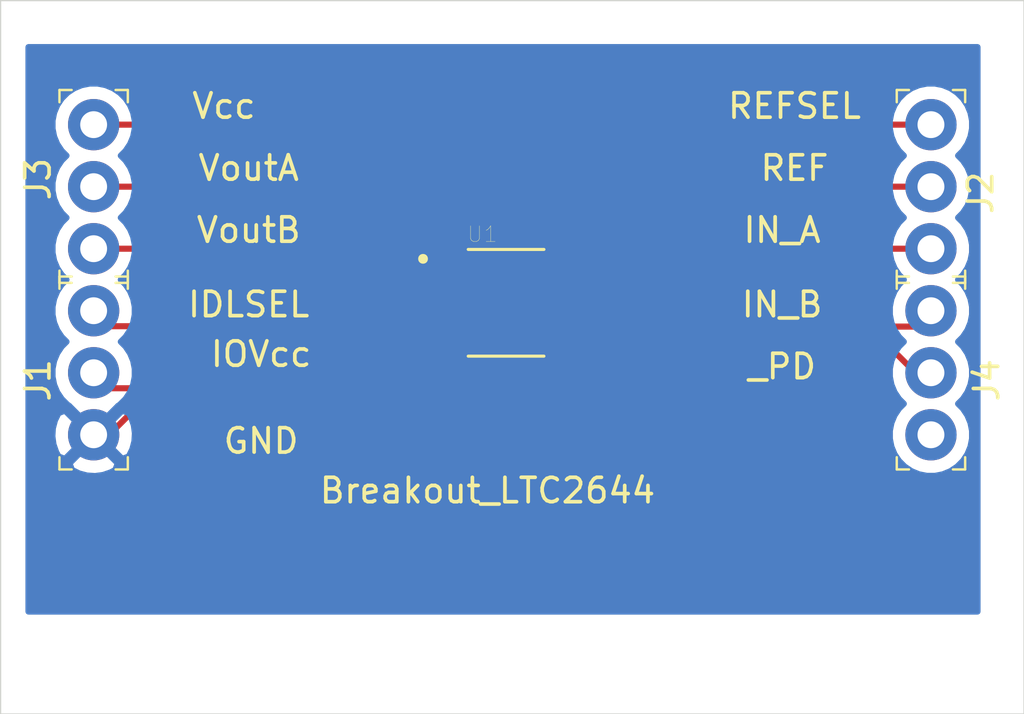
<source format=kicad_pcb>
(kicad_pcb (version 20171130) (host pcbnew "(5.1.6)-1")

  (general
    (thickness 1.6)
    (drawings 16)
    (tracks 40)
    (zones 0)
    (modules 5)
    (nets 13)
  )

  (page A4)
  (layers
    (0 F.Cu signal)
    (31 B.Cu signal)
    (32 B.Adhes user)
    (33 F.Adhes user)
    (34 B.Paste user)
    (35 F.Paste user)
    (36 B.SilkS user)
    (37 F.SilkS user)
    (38 B.Mask user)
    (39 F.Mask user)
    (40 Dwgs.User user)
    (41 Cmts.User user)
    (42 Eco1.User user)
    (43 Eco2.User user)
    (44 Edge.Cuts user)
    (45 Margin user)
    (46 B.CrtYd user)
    (47 F.CrtYd user)
    (48 B.Fab user)
    (49 F.Fab user hide)
  )

  (setup
    (last_trace_width 0.25)
    (trace_clearance 0.2)
    (zone_clearance 0.508)
    (zone_45_only no)
    (trace_min 0.2)
    (via_size 0.8)
    (via_drill 0.4)
    (via_min_size 0.4)
    (via_min_drill 0.3)
    (uvia_size 0.3)
    (uvia_drill 0.1)
    (uvias_allowed no)
    (uvia_min_size 0.2)
    (uvia_min_drill 0.1)
    (edge_width 0.05)
    (segment_width 0.2)
    (pcb_text_width 0.3)
    (pcb_text_size 1.5 1.5)
    (mod_edge_width 0.12)
    (mod_text_size 1 1)
    (mod_text_width 0.15)
    (pad_size 1.524 1.524)
    (pad_drill 0.762)
    (pad_to_mask_clearance 0.05)
    (aux_axis_origin 0 0)
    (visible_elements FFFFFF7F)
    (pcbplotparams
      (layerselection 0x010fc_ffffffff)
      (usegerberextensions false)
      (usegerberattributes true)
      (usegerberadvancedattributes true)
      (creategerberjobfile true)
      (excludeedgelayer true)
      (linewidth 0.100000)
      (plotframeref false)
      (viasonmask false)
      (mode 1)
      (useauxorigin false)
      (hpglpennumber 1)
      (hpglpenspeed 20)
      (hpglpendiameter 15.000000)
      (psnegative false)
      (psa4output false)
      (plotreference true)
      (plotvalue true)
      (plotinvisibletext false)
      (padsonsilk false)
      (subtractmaskfromsilk false)
      (outputformat 1)
      (mirror false)
      (drillshape 1)
      (scaleselection 1)
      (outputdirectory ""))
  )

  (net 0 "")
  (net 1 "Net-(J1-Pad2)")
  (net 2 "Net-(J1-Pad1)")
  (net 3 "Net-(J2-Pad3)")
  (net 4 "Net-(J2-Pad2)")
  (net 5 "Net-(J2-Pad1)")
  (net 6 "Net-(J3-Pad3)")
  (net 7 "Net-(J3-Pad2)")
  (net 8 "Net-(J3-Pad1)")
  (net 9 "Net-(J4-Pad3)")
  (net 10 G)
  (net 11 B)
  (net 12 C)

  (net_class Default "This is the default net class."
    (clearance 0.2)
    (trace_width 0.25)
    (via_dia 0.8)
    (via_drill 0.4)
    (uvia_dia 0.3)
    (uvia_drill 0.1)
    (add_net B)
    (add_net C)
    (add_net G)
    (add_net "Net-(J1-Pad1)")
    (add_net "Net-(J1-Pad2)")
    (add_net "Net-(J2-Pad1)")
    (add_net "Net-(J2-Pad2)")
    (add_net "Net-(J2-Pad3)")
    (add_net "Net-(J3-Pad1)")
    (add_net "Net-(J3-Pad2)")
    (add_net "Net-(J3-Pad3)")
    (add_net "Net-(J4-Pad3)")
  )

  (module LTC2644IMS-L8_PBF:SOP65P490X110-12N_LTC2644IMS-L8#PBF (layer F.Cu) (tedit 5F88A167) (tstamp 5F88E890)
    (at 109.6 59.365)
    (path /5F9BE525)
    (fp_text reference U1 (at -0.968 -2.8064) (layer F.SilkS)
      (effects (font (size 0.64 0.64) (thickness 0.015)))
    )
    (fp_text value LTC2644IMS-L8#PBF (at 11.224 2.8064) (layer F.Fab)
      (effects (font (size 0.64 0.64) (thickness 0.015)))
    )
    (fp_circle (center -3.4 -1.8) (end -3.3 -1.8) (layer F.SilkS) (width 0.2))
    (fp_circle (center -3.4 -1.8) (end -3.3 -1.8) (layer F.Fab) (width 0.2))
    (fp_line (start -1.55 -2.07) (end 1.55 -2.07) (layer F.Fab) (width 0.127))
    (fp_line (start -1.55 2.07) (end 1.55 2.07) (layer F.Fab) (width 0.127))
    (fp_line (start -1.55 -2.185) (end 1.55 -2.185) (layer F.SilkS) (width 0.127))
    (fp_line (start -1.55 2.185) (end 1.55 2.185) (layer F.SilkS) (width 0.127))
    (fp_line (start -1.55 -2.07) (end -1.55 2.07) (layer F.Fab) (width 0.127))
    (fp_line (start 1.55 -2.07) (end 1.55 2.07) (layer F.Fab) (width 0.127))
    (fp_line (start -3.135 -2.32) (end 3.135 -2.32) (layer F.CrtYd) (width 0.05))
    (fp_line (start -3.135 2.32) (end 3.135 2.32) (layer F.CrtYd) (width 0.05))
    (fp_line (start -3.135 -2.32) (end -3.135 2.32) (layer F.CrtYd) (width 0.05))
    (fp_line (start 3.135 -2.32) (end 3.135 2.32) (layer F.CrtYd) (width 0.05))
    (pad 12 smd rect (at 2.16 -1.625) (size 1.45 0.48) (layers F.Cu F.Paste F.Mask)
      (net 10 G))
    (pad 11 smd rect (at 2.16 -0.975) (size 1.45 0.48) (layers F.Cu F.Paste F.Mask)
      (net 3 "Net-(J2-Pad3)"))
    (pad 10 smd rect (at 2.16 -0.325) (size 1.45 0.48) (layers F.Cu F.Paste F.Mask)
      (net 4 "Net-(J2-Pad2)"))
    (pad 9 smd rect (at 2.16 0.325) (size 1.45 0.48) (layers F.Cu F.Paste F.Mask)
      (net 5 "Net-(J2-Pad1)"))
    (pad 8 smd rect (at 2.16 0.975) (size 1.45 0.48) (layers F.Cu F.Paste F.Mask)
      (net 12 C))
    (pad 7 smd rect (at 2.16 1.625) (size 1.45 0.48) (layers F.Cu F.Paste F.Mask)
      (net 11 B))
    (pad 6 smd rect (at -2.16 1.625) (size 1.45 0.48) (layers F.Cu F.Paste F.Mask)
      (net 10 G))
    (pad 5 smd rect (at -2.16 0.975) (size 1.45 0.48) (layers F.Cu F.Paste F.Mask)
      (net 1 "Net-(J1-Pad2)"))
    (pad 4 smd rect (at -2.16 0.325) (size 1.45 0.48) (layers F.Cu F.Paste F.Mask)
      (net 2 "Net-(J1-Pad1)"))
    (pad 3 smd rect (at -2.16 -0.325) (size 1.45 0.48) (layers F.Cu F.Paste F.Mask)
      (net 8 "Net-(J3-Pad1)"))
    (pad 2 smd rect (at -2.16 -0.975) (size 1.45 0.48) (layers F.Cu F.Paste F.Mask)
      (net 7 "Net-(J3-Pad2)"))
    (pad 1 smd rect (at -2.16 -1.625) (size 1.45 0.48) (layers F.Cu F.Paste F.Mask)
      (net 6 "Net-(J3-Pad3)"))
  )

  (module digikey-footprints:PinHeader_1x3_P2.54_Drill1.1mm (layer F.Cu) (tedit 5A4528F9) (tstamp 5F88E874)
    (at 127 59.69 270)
    (path /5F9CA829)
    (fp_text reference J4 (at 2.85 -2.28 90) (layer F.SilkS)
      (effects (font (size 1 1) (thickness 0.15)))
    )
    (fp_text value Conn_01x03_Male (at 2.71 2.7 90) (layer F.Fab)
      (effects (font (size 1 1) (thickness 0.15)))
    )
    (fp_line (start -1.52 1.52) (end 6.6 1.52) (layer F.CrtYd) (width 0.05))
    (fp_line (start 6.6 -1.52) (end 6.6 1.52) (layer F.CrtYd) (width 0.05))
    (fp_line (start -1.52 -1.52) (end -1.52 1.52) (layer F.CrtYd) (width 0.05))
    (fp_line (start -1.52 -1.52) (end 6.6 -1.52) (layer F.CrtYd) (width 0.05))
    (fp_line (start 6.5 1.4) (end 6.5 0.9) (layer F.SilkS) (width 0.1))
    (fp_line (start 6.5 1.4) (end 6 1.4) (layer F.SilkS) (width 0.1))
    (fp_line (start -1.4 1.4) (end -0.9 1.4) (layer F.SilkS) (width 0.1))
    (fp_line (start -1.4 1.4) (end -1.4 0.9) (layer F.SilkS) (width 0.1))
    (fp_line (start -1.4 -1.4) (end -1.4 -0.9) (layer F.SilkS) (width 0.1))
    (fp_line (start -1.4 -1.4) (end -0.9 -1.4) (layer F.SilkS) (width 0.1))
    (fp_line (start 6.5 -1.4) (end 6.5 -0.9) (layer F.SilkS) (width 0.1))
    (fp_line (start 6.5 -1.4) (end 6 -1.4) (layer F.SilkS) (width 0.1))
    (fp_line (start -1.27 1.27) (end 6.35 1.27) (layer F.Fab) (width 0.1))
    (fp_line (start -1.27 -1.27) (end -1.27 1.27) (layer F.Fab) (width 0.1))
    (fp_line (start 6.35 -1.27) (end 6.35 1.27) (layer F.Fab) (width 0.1))
    (fp_line (start -1.27 -1.27) (end 6.35 -1.27) (layer F.Fab) (width 0.1))
    (pad 3 thru_hole circle (at 5.08 0 270) (size 2.1 2.1) (drill 1.1) (layers *.Cu *.Mask)
      (net 9 "Net-(J4-Pad3)"))
    (pad 2 thru_hole circle (at 2.54 0 270) (size 2.1 2.1) (drill 1.1) (layers *.Cu *.Mask)
      (net 11 B))
    (pad 1 thru_hole circle (at 0 0 270) (size 2.1 2.1) (drill 1.1) (layers *.Cu *.Mask)
      (net 12 C))
  )

  (module digikey-footprints:PinHeader_1x3_P2.54_Drill1.1mm (layer F.Cu) (tedit 5A4528F9) (tstamp 5F88E85D)
    (at 92.71 57.15 90)
    (path /5F9C88DB)
    (fp_text reference J3 (at 2.85 -2.28 90) (layer F.SilkS)
      (effects (font (size 1 1) (thickness 0.15)))
    )
    (fp_text value Conn_01x03_Male (at 2.71 2.7 90) (layer F.Fab)
      (effects (font (size 1 1) (thickness 0.15)))
    )
    (fp_line (start -1.52 1.52) (end 6.6 1.52) (layer F.CrtYd) (width 0.05))
    (fp_line (start 6.6 -1.52) (end 6.6 1.52) (layer F.CrtYd) (width 0.05))
    (fp_line (start -1.52 -1.52) (end -1.52 1.52) (layer F.CrtYd) (width 0.05))
    (fp_line (start -1.52 -1.52) (end 6.6 -1.52) (layer F.CrtYd) (width 0.05))
    (fp_line (start 6.5 1.4) (end 6.5 0.9) (layer F.SilkS) (width 0.1))
    (fp_line (start 6.5 1.4) (end 6 1.4) (layer F.SilkS) (width 0.1))
    (fp_line (start -1.4 1.4) (end -0.9 1.4) (layer F.SilkS) (width 0.1))
    (fp_line (start -1.4 1.4) (end -1.4 0.9) (layer F.SilkS) (width 0.1))
    (fp_line (start -1.4 -1.4) (end -1.4 -0.9) (layer F.SilkS) (width 0.1))
    (fp_line (start -1.4 -1.4) (end -0.9 -1.4) (layer F.SilkS) (width 0.1))
    (fp_line (start 6.5 -1.4) (end 6.5 -0.9) (layer F.SilkS) (width 0.1))
    (fp_line (start 6.5 -1.4) (end 6 -1.4) (layer F.SilkS) (width 0.1))
    (fp_line (start -1.27 1.27) (end 6.35 1.27) (layer F.Fab) (width 0.1))
    (fp_line (start -1.27 -1.27) (end -1.27 1.27) (layer F.Fab) (width 0.1))
    (fp_line (start 6.35 -1.27) (end 6.35 1.27) (layer F.Fab) (width 0.1))
    (fp_line (start -1.27 -1.27) (end 6.35 -1.27) (layer F.Fab) (width 0.1))
    (pad 3 thru_hole circle (at 5.08 0 90) (size 2.1 2.1) (drill 1.1) (layers *.Cu *.Mask)
      (net 6 "Net-(J3-Pad3)"))
    (pad 2 thru_hole circle (at 2.54 0 90) (size 2.1 2.1) (drill 1.1) (layers *.Cu *.Mask)
      (net 7 "Net-(J3-Pad2)"))
    (pad 1 thru_hole circle (at 0 0 90) (size 2.1 2.1) (drill 1.1) (layers *.Cu *.Mask)
      (net 8 "Net-(J3-Pad1)"))
  )

  (module digikey-footprints:PinHeader_1x3_P2.54_Drill1.1mm (layer F.Cu) (tedit 5A4528F9) (tstamp 5F88E846)
    (at 127 57.15 90)
    (path /5F9C675D)
    (fp_text reference J2 (at 2.286 2.032 90) (layer F.SilkS)
      (effects (font (size 1 1) (thickness 0.15)))
    )
    (fp_text value Conn_01x03_Male (at 2.71 2.7 90) (layer F.Fab)
      (effects (font (size 1 1) (thickness 0.15)))
    )
    (fp_line (start -1.52 1.52) (end 6.6 1.52) (layer F.CrtYd) (width 0.05))
    (fp_line (start 6.6 -1.52) (end 6.6 1.52) (layer F.CrtYd) (width 0.05))
    (fp_line (start -1.52 -1.52) (end -1.52 1.52) (layer F.CrtYd) (width 0.05))
    (fp_line (start -1.52 -1.52) (end 6.6 -1.52) (layer F.CrtYd) (width 0.05))
    (fp_line (start 6.5 1.4) (end 6.5 0.9) (layer F.SilkS) (width 0.1))
    (fp_line (start 6.5 1.4) (end 6 1.4) (layer F.SilkS) (width 0.1))
    (fp_line (start -1.4 1.4) (end -0.9 1.4) (layer F.SilkS) (width 0.1))
    (fp_line (start -1.4 1.4) (end -1.4 0.9) (layer F.SilkS) (width 0.1))
    (fp_line (start -1.4 -1.4) (end -1.4 -0.9) (layer F.SilkS) (width 0.1))
    (fp_line (start -1.4 -1.4) (end -0.9 -1.4) (layer F.SilkS) (width 0.1))
    (fp_line (start 6.5 -1.4) (end 6.5 -0.9) (layer F.SilkS) (width 0.1))
    (fp_line (start 6.5 -1.4) (end 6 -1.4) (layer F.SilkS) (width 0.1))
    (fp_line (start -1.27 1.27) (end 6.35 1.27) (layer F.Fab) (width 0.1))
    (fp_line (start -1.27 -1.27) (end -1.27 1.27) (layer F.Fab) (width 0.1))
    (fp_line (start 6.35 -1.27) (end 6.35 1.27) (layer F.Fab) (width 0.1))
    (fp_line (start -1.27 -1.27) (end 6.35 -1.27) (layer F.Fab) (width 0.1))
    (pad 3 thru_hole circle (at 5.08 0 90) (size 2.1 2.1) (drill 1.1) (layers *.Cu *.Mask)
      (net 3 "Net-(J2-Pad3)"))
    (pad 2 thru_hole circle (at 2.54 0 90) (size 2.1 2.1) (drill 1.1) (layers *.Cu *.Mask)
      (net 4 "Net-(J2-Pad2)"))
    (pad 1 thru_hole circle (at 0 0 90) (size 2.1 2.1) (drill 1.1) (layers *.Cu *.Mask)
      (net 5 "Net-(J2-Pad1)"))
  )

  (module digikey-footprints:PinHeader_1x3_P2.54_Drill1.1mm (layer F.Cu) (tedit 5A4528F9) (tstamp 5F88E82F)
    (at 92.71 59.69 270)
    (path /5F9C50A2)
    (fp_text reference J1 (at 2.85 2.286 90) (layer F.SilkS)
      (effects (font (size 1 1) (thickness 0.15)))
    )
    (fp_text value Conn_01x03_Male (at 2.71 2.7 90) (layer F.Fab)
      (effects (font (size 1 1) (thickness 0.15)))
    )
    (fp_line (start -1.52 1.52) (end 6.6 1.52) (layer F.CrtYd) (width 0.05))
    (fp_line (start 6.6 -1.52) (end 6.6 1.52) (layer F.CrtYd) (width 0.05))
    (fp_line (start -1.52 -1.52) (end -1.52 1.52) (layer F.CrtYd) (width 0.05))
    (fp_line (start -1.52 -1.52) (end 6.6 -1.52) (layer F.CrtYd) (width 0.05))
    (fp_line (start 6.5 1.4) (end 6.5 0.9) (layer F.SilkS) (width 0.1))
    (fp_line (start 6.5 1.4) (end 6 1.4) (layer F.SilkS) (width 0.1))
    (fp_line (start -1.4 1.4) (end -0.9 1.4) (layer F.SilkS) (width 0.1))
    (fp_line (start -1.4 1.4) (end -1.4 0.9) (layer F.SilkS) (width 0.1))
    (fp_line (start -1.4 -1.4) (end -1.4 -0.9) (layer F.SilkS) (width 0.1))
    (fp_line (start -1.4 -1.4) (end -0.9 -1.4) (layer F.SilkS) (width 0.1))
    (fp_line (start 6.5 -1.4) (end 6.5 -0.9) (layer F.SilkS) (width 0.1))
    (fp_line (start 6.5 -1.4) (end 6 -1.4) (layer F.SilkS) (width 0.1))
    (fp_line (start -1.27 1.27) (end 6.35 1.27) (layer F.Fab) (width 0.1))
    (fp_line (start -1.27 -1.27) (end -1.27 1.27) (layer F.Fab) (width 0.1))
    (fp_line (start 6.35 -1.27) (end 6.35 1.27) (layer F.Fab) (width 0.1))
    (fp_line (start -1.27 -1.27) (end 6.35 -1.27) (layer F.Fab) (width 0.1))
    (pad 3 thru_hole circle (at 5.08 0 270) (size 2.1 2.1) (drill 1.1) (layers *.Cu *.Mask)
      (net 10 G))
    (pad 2 thru_hole circle (at 2.54 0 270) (size 2.1 2.1) (drill 1.1) (layers *.Cu *.Mask)
      (net 1 "Net-(J1-Pad2)"))
    (pad 1 thru_hole circle (at 0 0 270) (size 2.1 2.1) (drill 1.1) (layers *.Cu *.Mask)
      (net 2 "Net-(J1-Pad1)"))
  )

  (gr_text "Breakout_LTC2644 " (at 109.22 67.056) (layer F.SilkS)
    (effects (font (size 1 1) (thickness 0.15)))
  )
  (gr_text _PD (at 120.904 61.976) (layer F.SilkS)
    (effects (font (size 1 1) (thickness 0.15)))
  )
  (gr_text IN_B (at 120.904 59.436) (layer F.SilkS)
    (effects (font (size 1 1) (thickness 0.15)))
  )
  (gr_text IN_A (at 120.904 56.388) (layer F.SilkS)
    (effects (font (size 1 1) (thickness 0.15)))
  )
  (gr_text REF (at 121.412 53.848) (layer F.SilkS)
    (effects (font (size 1 1) (thickness 0.15)))
  )
  (gr_text REFSEL (at 121.412 51.308) (layer F.SilkS)
    (effects (font (size 1 1) (thickness 0.15)))
  )
  (gr_text GND (at 99.568 65.024) (layer F.SilkS)
    (effects (font (size 1 1) (thickness 0.15)))
  )
  (gr_text IOVcc (at 99.568 61.468) (layer F.SilkS)
    (effects (font (size 1 1) (thickness 0.15)))
  )
  (gr_text IDLSEL (at 99.06 59.436) (layer F.SilkS)
    (effects (font (size 1 1) (thickness 0.15)))
  )
  (gr_text VoutB (at 99.06 56.388) (layer F.SilkS)
    (effects (font (size 1 1) (thickness 0.15)))
  )
  (gr_text VoutA (at 99.06 53.848) (layer F.SilkS)
    (effects (font (size 1 1) (thickness 0.15)))
  )
  (gr_text Vcc (at 98.044 51.308) (layer F.SilkS)
    (effects (font (size 1 1) (thickness 0.15)))
  )
  (gr_line (start 88.9 76.2) (end 88.9 46.99) (layer Edge.Cuts) (width 0.05) (tstamp 5F88F2D4))
  (gr_line (start 130.81 76.2) (end 88.9 76.2) (layer Edge.Cuts) (width 0.05))
  (gr_line (start 130.81 46.99) (end 130.81 76.2) (layer Edge.Cuts) (width 0.05))
  (gr_line (start 88.9 46.99) (end 130.81 46.99) (layer Edge.Cuts) (width 0.05))

  (segment (start 106.45141 60.34) (end 105.19641 61.595) (width 0.25) (layer F.Cu) (net 1))
  (segment (start 107.44 60.34) (end 106.45141 60.34) (width 0.25) (layer F.Cu) (net 1))
  (segment (start 105.19641 61.595) (end 102.997 61.595) (width 0.25) (layer F.Cu) (net 1))
  (segment (start 101.727 62.865) (end 92.71 62.865) (width 0.25) (layer F.Cu) (net 1))
  (segment (start 102.997 61.595) (end 101.727 62.865) (width 0.25) (layer F.Cu) (net 1))
  (segment (start 105.83 60.325) (end 92.71 60.325) (width 0.25) (layer F.Cu) (net 2))
  (segment (start 106.465 59.69) (end 105.83 60.325) (width 0.25) (layer F.Cu) (net 2))
  (segment (start 107.44 59.69) (end 106.465 59.69) (width 0.25) (layer F.Cu) (net 2))
  (segment (start 119.055 52.07) (end 127 52.07) (width 0.25) (layer F.Cu) (net 3))
  (segment (start 112.735 58.39) (end 119.055 52.07) (width 0.25) (layer F.Cu) (net 3))
  (segment (start 111.76 58.39) (end 112.735 58.39) (width 0.25) (layer F.Cu) (net 3))
  (segment (start 111.76 59.04) (end 113.045 59.04) (width 0.25) (layer F.Cu) (net 4))
  (segment (start 117.475 54.61) (end 127 54.61) (width 0.25) (layer F.Cu) (net 4))
  (segment (start 113.045 59.04) (end 117.475 54.61) (width 0.25) (layer F.Cu) (net 4))
  (segment (start 111.76 59.69) (end 113.665 59.69) (width 0.25) (layer F.Cu) (net 5))
  (segment (start 116.205 57.15) (end 127 57.15) (width 0.25) (layer F.Cu) (net 5))
  (segment (start 113.665 59.69) (end 116.205 57.15) (width 0.25) (layer F.Cu) (net 5))
  (segment (start 107.44 57.74) (end 107.27 57.74) (width 0.25) (layer F.Cu) (net 6))
  (segment (start 101.6 52.07) (end 92.71 52.07) (width 0.25) (layer F.Cu) (net 6))
  (segment (start 107.27 57.74) (end 101.6 52.07) (width 0.25) (layer F.Cu) (net 6))
  (segment (start 107.44 58.39) (end 105.38 58.39) (width 0.25) (layer F.Cu) (net 7))
  (segment (start 101.6 54.61) (end 92.71 54.61) (width 0.25) (layer F.Cu) (net 7))
  (segment (start 105.38 58.39) (end 101.6 54.61) (width 0.25) (layer F.Cu) (net 7))
  (segment (start 107.44 59.04) (end 102.22 59.04) (width 0.25) (layer F.Cu) (net 8))
  (segment (start 100.33 57.15) (end 92.71 57.15) (width 0.25) (layer F.Cu) (net 8))
  (segment (start 102.22 59.04) (end 100.33 57.15) (width 0.25) (layer F.Cu) (net 8))
  (segment (start 107.44 60.99) (end 105.565 62.865) (width 0.25) (layer F.Cu) (net 10))
  (segment (start 110.859998 57.74) (end 111.76 57.74) (width 0.25) (layer F.Cu) (net 10))
  (segment (start 108.415 60.99) (end 110.709999 58.695001) (width 0.25) (layer F.Cu) (net 10))
  (segment (start 110.709999 57.889999) (end 110.859998 57.74) (width 0.25) (layer F.Cu) (net 10))
  (segment (start 110.709999 58.695001) (end 110.709999 57.889999) (width 0.25) (layer F.Cu) (net 10))
  (segment (start 107.44 60.99) (end 108.415 60.99) (width 0.25) (layer F.Cu) (net 10))
  (segment (start 105.565 62.865) (end 103.759 62.865) (width 0.25) (layer F.Cu) (net 10))
  (segment (start 103.759 62.865) (end 102.616 64.008) (width 0.25) (layer F.Cu) (net 10))
  (segment (start 94.107 64.008) (end 92.71 65.405) (width 0.25) (layer F.Cu) (net 10))
  (segment (start 102.616 64.008) (end 94.107 64.008) (width 0.25) (layer F.Cu) (net 10))
  (segment (start 125.125 60.99) (end 127 62.865) (width 0.25) (layer F.Cu) (net 11))
  (segment (start 111.76 60.99) (end 125.125 60.99) (width 0.25) (layer F.Cu) (net 11))
  (segment (start 126.985 60.34) (end 127 60.325) (width 0.25) (layer F.Cu) (net 12))
  (segment (start 111.76 60.34) (end 126.985 60.34) (width 0.25) (layer F.Cu) (net 12))

  (zone (net 10) (net_name G) (layer B.Cu) (tstamp 5F88F494) (hatch edge 0.508)
    (connect_pads (clearance 0.508))
    (min_thickness 0.254)
    (fill yes (arc_segments 32) (thermal_gap 0.508) (thermal_bridge_width 0.508))
    (polygon
      (pts
        (xy 129.032 72.136) (xy 89.916 72.136) (xy 89.916 48.768) (xy 129.032 48.768)
      )
    )
    (filled_polygon
      (pts
        (xy 128.905 72.009) (xy 90.043 72.009) (xy 90.043 65.941066) (xy 91.718539 65.941066) (xy 91.820339 66.210579)
        (xy 92.118477 66.356463) (xy 92.439346 66.44138) (xy 92.770617 66.462066) (xy 93.099557 66.417728) (xy 93.413527 66.310069)
        (xy 93.599661 66.210579) (xy 93.701461 65.941066) (xy 92.71 64.949605) (xy 91.718539 65.941066) (xy 90.043 65.941066)
        (xy 90.043 64.830617) (xy 91.017934 64.830617) (xy 91.062272 65.159557) (xy 91.169931 65.473527) (xy 91.269421 65.659661)
        (xy 91.538934 65.761461) (xy 92.530395 64.77) (xy 92.889605 64.77) (xy 93.881066 65.761461) (xy 94.150579 65.659661)
        (xy 94.296463 65.361523) (xy 94.38138 65.040654) (xy 94.402066 64.709383) (xy 94.357728 64.380443) (xy 94.250069 64.066473)
        (xy 94.150579 63.880339) (xy 93.881066 63.778539) (xy 92.889605 64.77) (xy 92.530395 64.77) (xy 91.538934 63.778539)
        (xy 91.269421 63.880339) (xy 91.123537 64.178477) (xy 91.03862 64.499346) (xy 91.017934 64.830617) (xy 90.043 64.830617)
        (xy 90.043 51.904042) (xy 91.025 51.904042) (xy 91.025 52.235958) (xy 91.089754 52.561496) (xy 91.216772 52.868147)
        (xy 91.401175 53.144125) (xy 91.59705 53.34) (xy 91.401175 53.535875) (xy 91.216772 53.811853) (xy 91.089754 54.118504)
        (xy 91.025 54.444042) (xy 91.025 54.775958) (xy 91.089754 55.101496) (xy 91.216772 55.408147) (xy 91.401175 55.684125)
        (xy 91.59705 55.88) (xy 91.401175 56.075875) (xy 91.216772 56.351853) (xy 91.089754 56.658504) (xy 91.025 56.984042)
        (xy 91.025 57.315958) (xy 91.089754 57.641496) (xy 91.216772 57.948147) (xy 91.401175 58.224125) (xy 91.59705 58.42)
        (xy 91.401175 58.615875) (xy 91.216772 58.891853) (xy 91.089754 59.198504) (xy 91.025 59.524042) (xy 91.025 59.855958)
        (xy 91.089754 60.181496) (xy 91.216772 60.488147) (xy 91.401175 60.764125) (xy 91.59705 60.96) (xy 91.401175 61.155875)
        (xy 91.216772 61.431853) (xy 91.089754 61.738504) (xy 91.025 62.064042) (xy 91.025 62.395958) (xy 91.089754 62.721496)
        (xy 91.216772 63.028147) (xy 91.401175 63.304125) (xy 91.635875 63.538825) (xy 91.720009 63.595042) (xy 91.718539 63.598934)
        (xy 92.71 64.590395) (xy 93.701461 63.598934) (xy 93.699991 63.595042) (xy 93.784125 63.538825) (xy 94.018825 63.304125)
        (xy 94.203228 63.028147) (xy 94.330246 62.721496) (xy 94.395 62.395958) (xy 94.395 62.064042) (xy 94.330246 61.738504)
        (xy 94.203228 61.431853) (xy 94.018825 61.155875) (xy 93.82295 60.96) (xy 94.018825 60.764125) (xy 94.203228 60.488147)
        (xy 94.330246 60.181496) (xy 94.395 59.855958) (xy 94.395 59.524042) (xy 94.330246 59.198504) (xy 94.203228 58.891853)
        (xy 94.018825 58.615875) (xy 93.82295 58.42) (xy 94.018825 58.224125) (xy 94.203228 57.948147) (xy 94.330246 57.641496)
        (xy 94.395 57.315958) (xy 94.395 56.984042) (xy 94.330246 56.658504) (xy 94.203228 56.351853) (xy 94.018825 56.075875)
        (xy 93.82295 55.88) (xy 94.018825 55.684125) (xy 94.203228 55.408147) (xy 94.330246 55.101496) (xy 94.395 54.775958)
        (xy 94.395 54.444042) (xy 94.330246 54.118504) (xy 94.203228 53.811853) (xy 94.018825 53.535875) (xy 93.82295 53.34)
        (xy 94.018825 53.144125) (xy 94.203228 52.868147) (xy 94.330246 52.561496) (xy 94.395 52.235958) (xy 94.395 51.904042)
        (xy 125.315 51.904042) (xy 125.315 52.235958) (xy 125.379754 52.561496) (xy 125.506772 52.868147) (xy 125.691175 53.144125)
        (xy 125.88705 53.34) (xy 125.691175 53.535875) (xy 125.506772 53.811853) (xy 125.379754 54.118504) (xy 125.315 54.444042)
        (xy 125.315 54.775958) (xy 125.379754 55.101496) (xy 125.506772 55.408147) (xy 125.691175 55.684125) (xy 125.88705 55.88)
        (xy 125.691175 56.075875) (xy 125.506772 56.351853) (xy 125.379754 56.658504) (xy 125.315 56.984042) (xy 125.315 57.315958)
        (xy 125.379754 57.641496) (xy 125.506772 57.948147) (xy 125.691175 58.224125) (xy 125.88705 58.42) (xy 125.691175 58.615875)
        (xy 125.506772 58.891853) (xy 125.379754 59.198504) (xy 125.315 59.524042) (xy 125.315 59.855958) (xy 125.379754 60.181496)
        (xy 125.506772 60.488147) (xy 125.691175 60.764125) (xy 125.88705 60.96) (xy 125.691175 61.155875) (xy 125.506772 61.431853)
        (xy 125.379754 61.738504) (xy 125.315 62.064042) (xy 125.315 62.395958) (xy 125.379754 62.721496) (xy 125.506772 63.028147)
        (xy 125.691175 63.304125) (xy 125.88705 63.5) (xy 125.691175 63.695875) (xy 125.506772 63.971853) (xy 125.379754 64.278504)
        (xy 125.315 64.604042) (xy 125.315 64.935958) (xy 125.379754 65.261496) (xy 125.506772 65.568147) (xy 125.691175 65.844125)
        (xy 125.925875 66.078825) (xy 126.201853 66.263228) (xy 126.508504 66.390246) (xy 126.834042 66.455) (xy 127.165958 66.455)
        (xy 127.491496 66.390246) (xy 127.798147 66.263228) (xy 128.074125 66.078825) (xy 128.308825 65.844125) (xy 128.493228 65.568147)
        (xy 128.620246 65.261496) (xy 128.685 64.935958) (xy 128.685 64.604042) (xy 128.620246 64.278504) (xy 128.493228 63.971853)
        (xy 128.308825 63.695875) (xy 128.11295 63.5) (xy 128.308825 63.304125) (xy 128.493228 63.028147) (xy 128.620246 62.721496)
        (xy 128.685 62.395958) (xy 128.685 62.064042) (xy 128.620246 61.738504) (xy 128.493228 61.431853) (xy 128.308825 61.155875)
        (xy 128.11295 60.96) (xy 128.308825 60.764125) (xy 128.493228 60.488147) (xy 128.620246 60.181496) (xy 128.685 59.855958)
        (xy 128.685 59.524042) (xy 128.620246 59.198504) (xy 128.493228 58.891853) (xy 128.308825 58.615875) (xy 128.11295 58.42)
        (xy 128.308825 58.224125) (xy 128.493228 57.948147) (xy 128.620246 57.641496) (xy 128.685 57.315958) (xy 128.685 56.984042)
        (xy 128.620246 56.658504) (xy 128.493228 56.351853) (xy 128.308825 56.075875) (xy 128.11295 55.88) (xy 128.308825 55.684125)
        (xy 128.493228 55.408147) (xy 128.620246 55.101496) (xy 128.685 54.775958) (xy 128.685 54.444042) (xy 128.620246 54.118504)
        (xy 128.493228 53.811853) (xy 128.308825 53.535875) (xy 128.11295 53.34) (xy 128.308825 53.144125) (xy 128.493228 52.868147)
        (xy 128.620246 52.561496) (xy 128.685 52.235958) (xy 128.685 51.904042) (xy 128.620246 51.578504) (xy 128.493228 51.271853)
        (xy 128.308825 50.995875) (xy 128.074125 50.761175) (xy 127.798147 50.576772) (xy 127.491496 50.449754) (xy 127.165958 50.385)
        (xy 126.834042 50.385) (xy 126.508504 50.449754) (xy 126.201853 50.576772) (xy 125.925875 50.761175) (xy 125.691175 50.995875)
        (xy 125.506772 51.271853) (xy 125.379754 51.578504) (xy 125.315 51.904042) (xy 94.395 51.904042) (xy 94.330246 51.578504)
        (xy 94.203228 51.271853) (xy 94.018825 50.995875) (xy 93.784125 50.761175) (xy 93.508147 50.576772) (xy 93.201496 50.449754)
        (xy 92.875958 50.385) (xy 92.544042 50.385) (xy 92.218504 50.449754) (xy 91.911853 50.576772) (xy 91.635875 50.761175)
        (xy 91.401175 50.995875) (xy 91.216772 51.271853) (xy 91.089754 51.578504) (xy 91.025 51.904042) (xy 90.043 51.904042)
        (xy 90.043 48.895) (xy 128.905 48.895)
      )
    )
  )
)

</source>
